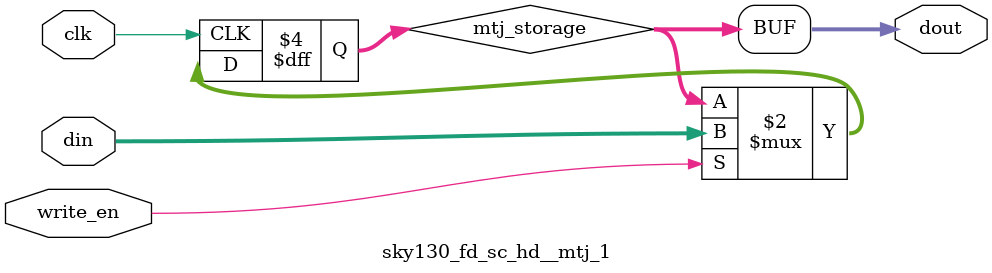
<source format=v>

module sky130_fd_sc_hd__mtj_1 (
    input wire clk,
    input wire write_en,
    input wire [7:0] din,
    output wire [7:0] dout
);
    // Placeholder for MTJ behavior (Hybrid Spintronic-CMOS model)
    // This macro represents the physical Magnetic Tunnel Junction integrated
    // into the back-end-of-line (BEOL) process for non-volatile storage.
    
    reg [7:0] mtj_storage; 
    
    always @(posedge clk) begin
        if (write_en) 
            mtj_storage <= din;
    end
    
    assign dout = mtj_storage;

endmodule
</source>
